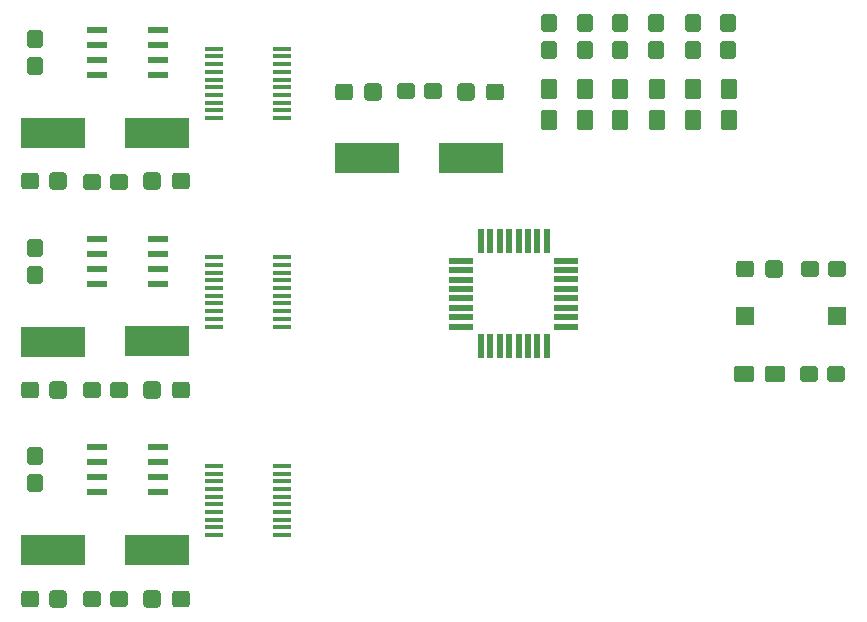
<source format=gbr>
%TF.GenerationSoftware,KiCad,Pcbnew,7.0.11-rc3*%
%TF.CreationDate,2025-09-10T17:00:16+08:00*%
%TF.ProjectId,328_3ch_can_devboard,3332385f-3363-4685-9f63-616e5f646576,rev?*%
%TF.SameCoordinates,Original*%
%TF.FileFunction,Paste,Top*%
%TF.FilePolarity,Positive*%
%FSLAX46Y46*%
G04 Gerber Fmt 4.6, Leading zero omitted, Abs format (unit mm)*
G04 Created by KiCad (PCBNEW 7.0.11-rc3) date 2025-09-10 17:00:16*
%MOMM*%
%LPD*%
G01*
G04 APERTURE LIST*
G04 Aperture macros list*
%AMRoundRect*
0 Rectangle with rounded corners*
0 $1 Rounding radius*
0 $2 $3 $4 $5 $6 $7 $8 $9 X,Y pos of 4 corners*
0 Add a 4 corners polygon primitive as box body*
4,1,4,$2,$3,$4,$5,$6,$7,$8,$9,$2,$3,0*
0 Add four circle primitives for the rounded corners*
1,1,$1+$1,$2,$3*
1,1,$1+$1,$4,$5*
1,1,$1+$1,$6,$7*
1,1,$1+$1,$8,$9*
0 Add four rect primitives between the rounded corners*
20,1,$1+$1,$2,$3,$4,$5,0*
20,1,$1+$1,$4,$5,$6,$7,0*
20,1,$1+$1,$6,$7,$8,$9,0*
20,1,$1+$1,$8,$9,$2,$3,0*%
G04 Aperture macros list end*
%ADD10RoundRect,0.278125X0.389375X-0.474375X0.389375X0.474375X-0.389375X0.474375X-0.389375X-0.474375X0*%
%ADD11RoundRect,0.304347X-0.395653X0.570653X-0.395653X-0.570653X0.395653X-0.570653X0.395653X0.570653X0*%
%ADD12R,5.500000X2.500000*%
%ADD13RoundRect,0.305575X-0.460025X-0.412525X0.460025X-0.412525X0.460025X0.412525X-0.460025X0.412525X0*%
%ADD14RoundRect,0.308511X-0.457089X-0.416489X0.457089X-0.416489X0.457089X0.416489X-0.457089X0.416489X0*%
%ADD15R,0.550000X2.000000*%
%ADD16R,2.000000X0.550000*%
%ADD17R,2.000000X0.525000*%
%ADD18R,2.000000X0.575000*%
%ADD19R,0.525000X2.000000*%
%ADD20RoundRect,0.305575X0.460025X0.412525X-0.460025X0.412525X-0.460025X-0.412525X0.460025X-0.412525X0*%
%ADD21RoundRect,0.308511X0.457089X0.416489X-0.457089X0.416489X-0.457089X-0.416489X0.457089X-0.416489X0*%
%ADD22RoundRect,0.100000X-0.687500X-0.100000X0.687500X-0.100000X0.687500X0.100000X-0.687500X0.100000X0*%
%ADD23RoundRect,0.100000X-0.687500X-0.099999X0.687500X-0.099999X0.687500X0.099999X-0.687500X0.099999X0*%
%ADD24RoundRect,0.278125X0.474375X0.389375X-0.474375X0.389375X-0.474375X-0.389375X0.474375X-0.389375X0*%
%ADD25R,1.500000X1.500000*%
%ADD26RoundRect,0.041300X0.833700X0.253700X-0.833700X0.253700X-0.833700X-0.253700X0.833700X-0.253700X0*%
%ADD27RoundRect,0.278125X-0.474375X-0.389375X0.474375X-0.389375X0.474375X0.389375X-0.474375X0.389375X0*%
%ADD28RoundRect,0.304347X-0.570653X-0.395653X0.570653X-0.395653X0.570653X0.395653X-0.570653X0.395653X0*%
G04 APERTURE END LIST*
D10*
%TO.C,R15*%
X170467500Y-78900000D03*
X170467500Y-76595000D03*
%TD*%
D11*
%TO.C,D4*%
X170500000Y-82175000D03*
X170500000Y-84825000D03*
%TD*%
D10*
%TO.C,R14*%
X173567500Y-78900000D03*
X173567500Y-76595000D03*
%TD*%
D12*
%TO.C,Y1*%
X128206719Y-103554262D03*
X119393282Y-103562500D03*
%TD*%
D13*
%TO.C,C4*%
X117408882Y-107655600D03*
D14*
X119840082Y-107662500D03*
%TD*%
D10*
%TO.C,R2*%
X117867500Y-97915000D03*
X117867500Y-95610000D03*
%TD*%
%TO.C,R18*%
X161400000Y-78900000D03*
X161400000Y-76595000D03*
%TD*%
D15*
%TO.C,U1*%
X161200000Y-95050000D03*
X160400000Y-95050000D03*
X159600000Y-95050000D03*
X158800000Y-95050000D03*
X158000000Y-95050000D03*
X157200000Y-95050000D03*
X156400000Y-95050000D03*
X155600000Y-95050000D03*
D16*
X153950000Y-96700000D03*
D17*
X153950000Y-97487500D03*
D18*
X153950000Y-98312500D03*
D16*
X153950000Y-99100000D03*
X153950000Y-99900000D03*
X153950000Y-100700000D03*
X153950000Y-101500000D03*
X153950000Y-102300000D03*
D15*
X155600000Y-103950000D03*
X156400000Y-103950000D03*
X157200000Y-103950000D03*
D19*
X158012500Y-103950000D03*
D15*
X158800000Y-103950000D03*
X159600000Y-103950000D03*
X160400000Y-103950000D03*
X161200000Y-103950000D03*
D16*
X162850000Y-102300000D03*
X162850000Y-101500000D03*
X162850000Y-100700000D03*
X162850000Y-99900000D03*
X162850000Y-99100000D03*
X162850000Y-98300000D03*
X162850000Y-97500000D03*
X162850000Y-96700000D03*
%TD*%
D20*
%TO.C,C25*%
X130191119Y-90006900D03*
D21*
X127759919Y-90000000D03*
%TD*%
D22*
%TO.C,U3*%
X132987500Y-96437500D03*
X132987500Y-97087500D03*
X132987500Y-97737500D03*
D23*
X132987500Y-98387501D03*
D22*
X132987500Y-99037500D03*
X132987500Y-99687500D03*
X132987500Y-100337500D03*
X132987500Y-100987500D03*
X132987500Y-101637500D03*
X132987500Y-102287500D03*
X138812500Y-102287500D03*
X138812500Y-101637500D03*
X138812500Y-100987500D03*
X138812500Y-100337500D03*
X138812500Y-99687500D03*
X138812500Y-99037500D03*
X138812500Y-98387500D03*
D23*
X138812500Y-97737501D03*
X138812500Y-97087501D03*
X138812500Y-96437501D03*
%TD*%
D12*
%TO.C,Y3*%
X128206719Y-121216762D03*
X119393282Y-121225000D03*
%TD*%
D13*
%TO.C,C11*%
X144008882Y-82403700D03*
D14*
X146440082Y-82410600D03*
%TD*%
D12*
%TO.C,Y5*%
X128206719Y-85891762D03*
X119393282Y-85900000D03*
%TD*%
D22*
%TO.C,U5*%
X132987500Y-114100000D03*
X132987500Y-114750000D03*
X132987500Y-115400000D03*
D23*
X132987500Y-116050001D03*
D22*
X132987500Y-116700000D03*
X132987500Y-117350000D03*
X132987500Y-118000000D03*
X132987500Y-118650000D03*
X132987500Y-119300000D03*
X132987500Y-119950000D03*
X138812500Y-119950000D03*
X138812500Y-119300000D03*
X138812500Y-118650000D03*
X138812500Y-118000000D03*
X138812500Y-117350000D03*
X138812500Y-116700000D03*
X138812500Y-116050000D03*
D23*
X138812500Y-115400001D03*
X138812500Y-114750001D03*
X138812500Y-114100001D03*
%TD*%
D10*
%TO.C,R16*%
X167367500Y-78900000D03*
X167367500Y-76595000D03*
%TD*%
D11*
%TO.C,D3*%
X173560000Y-82175000D03*
X173560000Y-84825000D03*
%TD*%
D24*
%TO.C,R4*%
X124952500Y-107696052D03*
X122647500Y-107696052D03*
%TD*%
D13*
%TO.C,C24*%
X117408882Y-89993100D03*
D14*
X119840082Y-90000000D03*
%TD*%
D25*
%TO.C,SW1*%
X178000000Y-101400000D03*
X185800000Y-101400000D03*
%TD*%
D11*
%TO.C,D5*%
X167400000Y-82175000D03*
X167400000Y-84825000D03*
%TD*%
D20*
%TO.C,C10*%
X156791119Y-82417500D03*
D21*
X154359919Y-82410600D03*
%TD*%
D26*
%TO.C,U8*%
X128302500Y-81005000D03*
X128302500Y-79735000D03*
X128302500Y-78465000D03*
X128302500Y-77195000D03*
X123132500Y-77195000D03*
X123132500Y-78465000D03*
X123132500Y-79735000D03*
X123132500Y-81005000D03*
%TD*%
D10*
%TO.C,R13*%
X176567500Y-78900000D03*
X176567500Y-76595000D03*
%TD*%
D26*
%TO.C,U2*%
X128302500Y-98667500D03*
X128302500Y-97397500D03*
X128302500Y-96127500D03*
X128302500Y-94857500D03*
X123132500Y-94857500D03*
X123132500Y-96127500D03*
X123132500Y-97397500D03*
X123132500Y-98667500D03*
%TD*%
D13*
%TO.C,C16*%
X117408882Y-125318100D03*
D14*
X119840082Y-125325000D03*
%TD*%
D24*
%TO.C,R1*%
X185716900Y-106300000D03*
X183411900Y-106300000D03*
%TD*%
D27*
%TO.C,R3*%
X183433383Y-97402500D03*
X185738383Y-97402500D03*
%TD*%
D13*
%TO.C,C9*%
X177970283Y-97429151D03*
D14*
X180401483Y-97436051D03*
%TD*%
D28*
%TO.C,D1*%
X177852983Y-106300000D03*
X180502983Y-106300000D03*
%TD*%
D11*
%TO.C,D7*%
X161400000Y-82175000D03*
X161400000Y-84825000D03*
%TD*%
D26*
%TO.C,U4*%
X128302500Y-116330000D03*
X128302500Y-115060000D03*
X128302500Y-113790000D03*
X128302500Y-112520000D03*
X123132500Y-112520000D03*
X123132500Y-113790000D03*
X123132500Y-115060000D03*
X123132500Y-116330000D03*
%TD*%
D22*
%TO.C,U9*%
X132987500Y-78775000D03*
X132987500Y-79425000D03*
X132987500Y-80075000D03*
D23*
X132987500Y-80725001D03*
D22*
X132987500Y-81375000D03*
X132987500Y-82025000D03*
X132987500Y-82675000D03*
X132987500Y-83325000D03*
X132987500Y-83975000D03*
X132987500Y-84625000D03*
X138812500Y-84625000D03*
X138812500Y-83975000D03*
X138812500Y-83325000D03*
X138812500Y-82675000D03*
X138812500Y-82025000D03*
X138812500Y-81375000D03*
X138812500Y-80725000D03*
D23*
X138812500Y-80075001D03*
X138812500Y-79425001D03*
X138812500Y-78775001D03*
%TD*%
D24*
%TO.C,R8*%
X124952500Y-90033552D03*
X122647500Y-90033552D03*
%TD*%
D20*
%TO.C,C17*%
X130191119Y-125331900D03*
D21*
X127759919Y-125325000D03*
%TD*%
D10*
%TO.C,R7*%
X117867500Y-80252500D03*
X117867500Y-77947500D03*
%TD*%
%TO.C,R17*%
X164400000Y-78900000D03*
X164400000Y-76595000D03*
%TD*%
D20*
%TO.C,C6*%
X130191119Y-107669400D03*
D21*
X127759919Y-107662500D03*
%TD*%
D12*
%TO.C,Y2*%
X145993282Y-88008238D03*
X154806719Y-88000000D03*
%TD*%
D10*
%TO.C,R11*%
X117867500Y-115577500D03*
X117867500Y-113272500D03*
%TD*%
D11*
%TO.C,D2*%
X176600000Y-82175000D03*
X176600000Y-84825000D03*
%TD*%
D27*
%TO.C,R86*%
X149258242Y-82385000D03*
X151563242Y-82385000D03*
%TD*%
D11*
%TO.C,D6*%
X164400000Y-82175000D03*
X164400000Y-84825000D03*
%TD*%
D24*
%TO.C,R12*%
X124952500Y-125358552D03*
X122647500Y-125358552D03*
%TD*%
M02*

</source>
